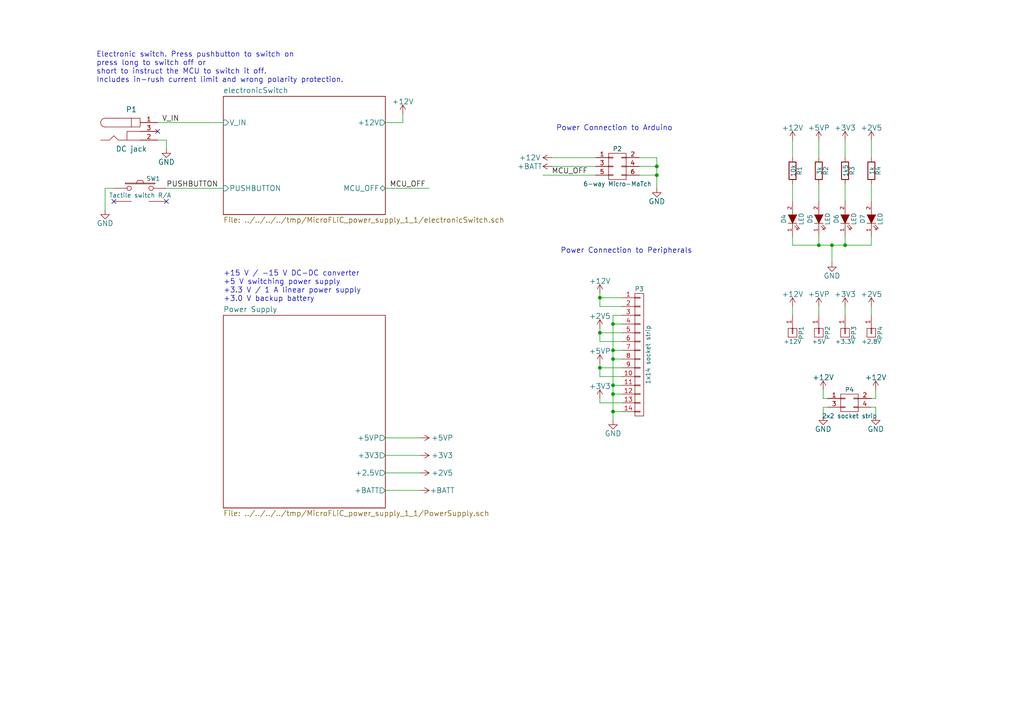
<source format=kicad_sch>
(kicad_sch (version 20230121) (generator eeschema)
  (paper "A4")
  (title_block (title "Flow Unit Shield") (date "18 Jun 2014") (rev "1.2") (company "King's College London"))
  (lib_symbols
    (symbol "MicroFLiC_power_supply-rescue:+12V" (power) (pin_names (offset 0))
      (property "Value" "+12V" (at 0 3.556 0))
      (symbol "+12V_0_1"
        (polyline (pts (xy -0.762 1.27) (xy 0 2.54)))
        (polyline (pts (xy 0 0) (xy 0 2.54)))
        (polyline (pts (xy 0 2.54) (xy 0.762 1.27)))
      )
      (symbol "+12V_1_1"
        (pin power_in line (at 0 0 90) (length 0) hide (name "+12V") (number "1"))
      )
    )
    (symbol "MicroFLiC_power_supply-rescue:+2V5" (power) (pin_names (offset 0))
      (property "Value" "+2V5" (at 0 3.556 0))
      (symbol "+2V5_0_1"
        (polyline (pts (xy -0.762 1.27) (xy 0 2.54)))
        (polyline (pts (xy 0 0) (xy 0 2.54)))
        (polyline (pts (xy 0 2.54) (xy 0.762 1.27)))
      )
      (symbol "+2V5_1_1"
        (pin power_in line (at 0 0 90) (length 0) hide (name "+2V5") (number "1"))
      )
    )
    (symbol "MicroFLiC_power_supply-rescue:+3V3" (power) (pin_names (offset 0))
      (property "Value" "+3V3" (at 0 3.556 0))
      (symbol "+3V3_0_1"
        (polyline (pts (xy -0.762 1.27) (xy 0 2.54)))
        (polyline (pts (xy 0 0) (xy 0 2.54)))
        (polyline (pts (xy 0 2.54) (xy 0.762 1.27)))
      )
      (symbol "+3V3_1_1"
        (pin power_in line (at 0 0 90) (length 0) hide (name "+3V3") (number "1"))
      )
    )
    (symbol "MicroFLiC_power_supply-rescue:+5VP" (power) (pin_names (offset 0))
      (property "Value" "+5VP" (at 0 3.556 0))
      (symbol "+5VP_0_1"
        (polyline (pts (xy -0.762 1.27) (xy 0 2.54)))
        (polyline (pts (xy 0 0) (xy 0 2.54)))
        (polyline (pts (xy 0 2.54) (xy 0.762 1.27)))
      )
      (symbol "+5VP_1_1"
        (pin power_in line (at 0 0 90) (length 0) hide (name "+5VP") (number "1"))
      )
    )
    (symbol "MicroFLiC_power_supply-rescue:+BATT" (power) (pin_names (offset 0))
      (property "Value" "+BATT" (at 0 3.556 0))
      (symbol "+BATT_0_1"
        (polyline (pts (xy -0.762 1.27) (xy 0 2.54)))
        (polyline (pts (xy 0 0) (xy 0 2.54)))
        (polyline (pts (xy 0 2.54) (xy 0.762 1.27)))
      )
      (symbol "+BATT_1_1"
        (pin power_in line (at 0 0 90) (length 0) hide (name "+BATT") (number "1"))
      )
    )
    (symbol "MicroFLiC_power_supply-rescue:BARREL_JACK" (pin_names (offset 1.016))
      (property "Reference" "CON" (at 0 6.35 0))
      (property "Value" "BARREL_JACK" (at 0 -5.08 0))
      (symbol "BARREL_JACK_0_1"
        (arc (start -8.89 2.54) (mid -8.5271 1.6254) (end -7.62 1.27))
        (arc (start -7.62 3.81) (mid -8.5088 3.4366) (end -8.89 2.54))
        (polyline (pts (xy -7.62 1.27) (xy 0 1.27)))
        (polyline (pts (xy 0 3.81) (xy -7.62 3.81)))
        (polyline (pts (xy 2.54 0) (xy -1.27 0) (xy -1.27 -2.54)))
        (polyline (pts (xy 2.54 -2.54) (xy -3.81 -2.54) (xy -5.08 -1.27) (xy -6.35 -2.54) (xy -8.89 -2.54)))
        (rectangle (start 2.54 3.81) (end 0 1.27))
      )
      (symbol "BARREL_JACK_1_1"
        (pin passive line (at 7.62 2.54 180) (length 5.08) (name "~") (number "1"))
        (pin passive line (at 7.62 -2.54 180) (length 5.08) (name "~") (number "2"))
        (pin passive line (at 7.62 0 180) (length 5.08) (name "~") (number "3"))
      )
    )
    (symbol "MicroFLiC_power_supply-rescue:CONN_01X01" (pin_names (offset 1.016) hide)
      (property "Reference" "P" (at 0 2.54 0))
      (property "Value" "CONN_01X01" (at 2.54 0 90))
      (symbol "CONN_01X01_0_1"
        (rectangle (start -1.27 0.127) (end 0.254 -0.127))
        (rectangle (start -1.27 1.27) (end 1.27 -1.27))
      )
      (symbol "CONN_01X01_1_1"
        (pin passive line (at -5.08 0 0) (length 3.81) (name "P1") (number "1"))
      )
    )
    (symbol "MicroFLiC_power_supply-rescue:CONN_01X14" (pin_names (offset 1.016) hide)
      (property "Reference" "P" (at 0 19.05 0))
      (property "Value" "CONN_01X14" (at 2.54 0 90))
      (symbol "CONN_01X14_0_1"
        (rectangle (start -1.27 -16.383) (end 0.254 -16.637))
        (rectangle (start -1.27 -13.843) (end 0.254 -14.097))
        (rectangle (start -1.27 -11.303) (end 0.254 -11.557))
        (rectangle (start -1.27 -8.763) (end 0.254 -9.017))
        (rectangle (start -1.27 -6.223) (end 0.254 -6.477))
        (rectangle (start -1.27 -3.683) (end 0.254 -3.937))
        (rectangle (start -1.27 -1.143) (end 0.254 -1.397))
        (rectangle (start -1.27 1.397) (end 0.254 1.143))
        (rectangle (start -1.27 3.937) (end 0.254 3.683))
        (rectangle (start -1.27 6.477) (end 0.254 6.223))
        (rectangle (start -1.27 9.017) (end 0.254 8.763))
        (rectangle (start -1.27 11.557) (end 0.254 11.303))
        (rectangle (start -1.27 14.097) (end 0.254 13.843))
        (rectangle (start -1.27 16.637) (end 0.254 16.383))
        (rectangle (start -1.27 17.78) (end 1.27 -17.78))
      )
      (symbol "CONN_01X14_1_1"
        (pin passive line (at -5.08 16.51 0) (length 3.81) (name "P1") (number "1"))
        (pin passive line (at -5.08 -6.35 0) (length 3.81) (name "P10") (number "10"))
        (pin passive line (at -5.08 -8.89 0) (length 3.81) (name "P11") (number "11"))
        (pin passive line (at -5.08 -11.43 0) (length 3.81) (name "P12") (number "12"))
        (pin passive line (at -5.08 -13.97 0) (length 3.81) (name "P13") (number "13"))
        (pin passive line (at -5.08 -16.51 0) (length 3.81) (name "P14") (number "14"))
        (pin passive line (at -5.08 13.97 0) (length 3.81) (name "P2") (number "2"))
        (pin passive line (at -5.08 11.43 0) (length 3.81) (name "P3") (number "3"))
        (pin passive line (at -5.08 8.89 0) (length 3.81) (name "P4") (number "4"))
        (pin passive line (at -5.08 6.35 0) (length 3.81) (name "P5") (number "5"))
        (pin passive line (at -5.08 3.81 0) (length 3.81) (name "P6") (number "6"))
        (pin passive line (at -5.08 1.27 0) (length 3.81) (name "P7") (number "7"))
        (pin passive line (at -5.08 -1.27 0) (length 3.81) (name "P8") (number "8"))
        (pin passive line (at -5.08 -3.81 0) (length 3.81) (name "P9") (number "9"))
      )
    )
    (symbol "MicroFLiC_power_supply-rescue:CONN_02X02" (pin_names (offset 0.0254) hide)
      (property "Reference" "P" (at 0 3.81 0))
      (property "Value" "CONN_02X02" (at 0 -3.81 0))
      (symbol "CONN_02X02_0_1"
        (rectangle (start -2.54 -1.143) (end -1.27 -1.397))
        (rectangle (start -2.54 1.397) (end -1.27 1.143))
        (rectangle (start -2.54 2.54) (end 2.54 -2.54))
        (rectangle (start 1.27 -1.143) (end 2.54 -1.397))
        (rectangle (start 1.27 1.397) (end 2.54 1.143))
      )
      (symbol "CONN_02X02_1_1"
        (pin passive line (at -6.35 1.27 0) (length 3.81) (name "P1") (number "1"))
        (pin passive line (at 6.35 1.27 180) (length 3.81) (name "P2") (number "2"))
        (pin passive line (at -6.35 -1.27 0) (length 3.81) (name "P3") (number "3"))
        (pin passive line (at 6.35 -1.27 180) (length 3.81) (name "P4") (number "4"))
      )
    )
    (symbol "MicroFLiC_power_supply-rescue:CONN_02X03" (pin_names (offset 0.0254) hide)
      (property "Reference" "P" (at 0 5.08 0))
      (property "Value" "CONN_02X03" (at 0 -5.08 0))
      (symbol "CONN_02X03_0_1"
        (rectangle (start -2.54 -2.413) (end -1.27 -2.667))
        (rectangle (start -2.54 0.127) (end -1.27 -0.127))
        (rectangle (start -2.54 2.667) (end -1.27 2.413))
        (rectangle (start -2.54 3.81) (end 2.54 -3.81))
        (rectangle (start 1.27 -2.413) (end 2.54 -2.667))
        (rectangle (start 1.27 0.127) (end 2.54 -0.127))
        (rectangle (start 1.27 2.667) (end 2.54 2.413))
      )
      (symbol "CONN_02X03_1_1"
        (pin passive line (at -6.35 2.54 0) (length 3.81) (name "P1") (number "1"))
        (pin passive line (at 6.35 2.54 180) (length 3.81) (name "P2") (number "2"))
        (pin passive line (at -6.35 0 0) (length 3.81) (name "P3") (number "3"))
        (pin passive line (at 6.35 0 180) (length 3.81) (name "P4") (number "4"))
        (pin passive line (at -6.35 -2.54 0) (length 3.81) (name "P5") (number "5"))
        (pin passive line (at 6.35 -2.54 180) (length 3.81) (name "P6") (number "6"))
      )
    )
    (symbol "MicroFLiC_power_supply-rescue:GND" (power) (pin_names (offset 0))
      (property "Value" "GND" (at 0 -3.81 0))
      (symbol "GND_0_1"
        (polyline (pts (xy 0 0) (xy 0 -1.27) (xy 1.27 -1.27) (xy 0 -2.54) (xy -1.27 -1.27) (xy 0 -1.27)))
      )
      (symbol "GND_1_1"
        (pin power_in line (at 0 0 270) (length 0) hide (name "GND") (number "1"))
      )
    )
    (symbol "MicroFLiC_power_supply-rescue:LED" (pin_names (offset 1.016) hide)
      (property "Reference" "D" (at 0 2.54 0))
      (property "Value" "LED" (at 0 -2.54 0))
      (symbol "LED_0_1"
        (polyline (pts (xy -1.27 1.27) (xy -1.27 -1.27)))
        (polyline (pts (xy -2.032 -0.635) (xy -3.175 -1.651) (xy -3.048 -1.016)))
        (polyline (pts (xy -1.651 -1.016) (xy -2.794 -2.032) (xy -2.667 -1.397)))
        (polyline (pts (xy 1.27 1.27) (xy -1.27 0) (xy 1.27 -1.27)) (fill (type outline)))
      )
      (symbol "LED_1_1"
        (pin passive line (at -5.08 0 0) (length 3.81) (name "K") (number "1"))
        (pin passive line (at 5.08 0 180) (length 3.81) (name "A") (number "2"))
      )
    )
    (symbol "MicroFLiC_power_supply-rescue:R" (pin_numbers hide) (pin_names (offset 0))
      (property "Reference" "R" (at 2.032 0 90))
      (property "Value" "R" (at 0 0 90))
      (symbol "R_0_1"
        (rectangle (start -1.016 -2.54) (end 1.016 2.54) (stroke (width 0.254)))
      )
      (symbol "R_1_1"
        (pin passive line (at 0 3.81 270) (length 1.27) (name "~") (number "1"))
        (pin passive line (at 0 -3.81 90) (length 1.27) (name "~") (number "2"))
      )
    )
    (symbol "MicroFLiC_power_supply-rescue:SW_PUSH_RA" (pin_numbers hide) (pin_names (offset 1.016) hide)
      (property "Reference" "SW" (at 3.81 2.794 0))
      (property "Value" "SW_PUSH_RA" (at 0 -2.032 0))
      (symbol "SW_PUSH_RA_0_1"
        (rectangle (start -4.318 1.27) (end 4.318 1.524))
        (polyline (pts (xy -1.016 1.524) (xy -0.762 2.286) (xy 0.762 2.286) (xy 1.016 1.524)))
        (pin passive inverted (at -7.62 0 0) (length 5.08) (name "1") (number "1"))
        (pin passive inverted (at 7.62 0 180) (length 5.08) (name "2") (number "2"))
      )
      (symbol "SW_PUSH_RA_1_1"
        (pin passive line (at -7.62 -3.81 0) (length 5.08) (name "3") (number "3"))
        (pin passive line (at 7.62 -3.81 180) (length 5.08) (name "4") (number "4"))
      )
    )
  )
  (junction (at 173.99 106.68))
  (junction (at 237.49 71.12))
  (junction (at 177.8 93.98))
  (junction (at 173.99 86.36))
  (junction (at 245.11 71.12))
  (junction (at 177.8 104.14))
  (junction (at 241.3 71.12))
  (junction (at 190.5 50.8))
  (junction (at 177.8 114.3))
  (junction (at 177.8 101.6))
  (junction (at 177.8 119.38))
  (junction (at 190.5 48.26))
  (junction (at 173.99 96.52))
  (junction (at 177.8 111.76))
  (no_connect (at 33.02 58.42))
  (no_connect (at 45.72 38.1))
  (no_connect (at 48.26 58.42))
  (wire (pts (xy 229.87 68.58) (xy 229.87 71.12)))
  (wire (pts (xy 173.99 88.9) (xy 180.34 88.9)))
  (wire (pts (xy 237.49 71.12) (xy 241.3 71.12)))
  (wire (pts (xy 173.99 95.25) (xy 173.99 96.52)))
  (wire (pts (xy 245.11 88.9) (xy 245.11 91.44)))
  (wire (pts (xy 173.99 85.09) (xy 173.99 86.36)))
  (wire (pts (xy 190.5 50.8) (xy 185.42 50.8)))
  (wire (pts (xy 252.73 118.11) (xy 254 118.11)))
  (wire (pts (xy 177.8 93.98) (xy 180.34 93.98)))
  (wire (pts (xy 229.87 71.12) (xy 237.49 71.12)))
  (wire (pts (xy 177.8 114.3) (xy 177.8 119.38)))
  (wire (pts (xy 173.99 106.68) (xy 180.34 106.68)))
  (wire (pts (xy 190.5 45.72) (xy 190.5 48.26)))
  (wire (pts (xy 177.8 104.14) (xy 177.8 111.76)))
  (wire (pts (xy 252.73 58.42) (xy 252.73 53.34)))
  (wire (pts (xy 111.76 142.24) (xy 121.92 142.24)))
  (wire (pts (xy 245.11 71.12) (xy 245.11 68.58)))
  (wire (pts (xy 111.76 127) (xy 121.92 127)))
  (wire (pts (xy 160.02 48.26) (xy 172.72 48.26)))
  (wire (pts (xy 111.76 137.16) (xy 121.92 137.16)))
  (wire (pts (xy 64.77 54.61) (xy 48.26 54.61)))
  (wire (pts (xy 190.5 50.8) (xy 190.5 54.61)))
  (wire (pts (xy 252.73 71.12) (xy 252.73 68.58)))
  (wire (pts (xy 116.84 35.56) (xy 116.84 33.02)))
  (wire (pts (xy 64.77 35.56) (xy 45.72 35.56)))
  (wire (pts (xy 252.73 115.57) (xy 254 115.57)))
  (wire (pts (xy 229.87 91.44) (xy 229.87 88.9)))
  (wire (pts (xy 241.3 71.12) (xy 241.3 76.2)))
  (wire (pts (xy 173.99 99.06) (xy 180.34 99.06)))
  (wire (pts (xy 177.8 93.98) (xy 177.8 101.6)))
  (wire (pts (xy 177.8 104.14) (xy 180.34 104.14)))
  (wire (pts (xy 173.99 86.36) (xy 180.34 86.36)))
  (wire (pts (xy 190.5 45.72) (xy 185.42 45.72)))
  (wire (pts (xy 229.87 45.72) (xy 229.87 40.64)))
  (wire (pts (xy 238.76 115.57) (xy 238.76 113.03)))
  (wire (pts (xy 190.5 48.26) (xy 190.5 50.8)))
  (wire (pts (xy 173.99 96.52) (xy 173.99 99.06)))
  (wire (pts (xy 254 115.57) (xy 254 113.03)))
  (wire (pts (xy 177.8 114.3) (xy 180.34 114.3)))
  (wire (pts (xy 237.49 58.42) (xy 237.49 53.34)))
  (wire (pts (xy 245.11 40.64) (xy 245.11 45.72)))
  (wire (pts (xy 111.76 132.08) (xy 121.92 132.08)))
  (wire (pts (xy 177.8 101.6) (xy 177.8 104.14)))
  (wire (pts (xy 229.87 58.42) (xy 229.87 53.34)))
  (wire (pts (xy 240.03 118.11) (xy 238.76 118.11)))
  (wire (pts (xy 180.34 96.52) (xy 173.99 96.52)))
  (wire (pts (xy 177.8 119.38) (xy 177.8 121.92)))
  (wire (pts (xy 177.8 91.44) (xy 177.8 93.98)))
  (wire (pts (xy 238.76 118.11) (xy 238.76 120.65)))
  (wire (pts (xy 177.8 119.38) (xy 180.34 119.38)))
  (wire (pts (xy 111.76 35.56) (xy 116.84 35.56)))
  (wire (pts (xy 30.48 54.61) (xy 33.02 54.61)))
  (wire (pts (xy 157.48 50.8) (xy 172.72 50.8)))
  (wire (pts (xy 252.73 88.9) (xy 252.73 91.44)))
  (wire (pts (xy 30.48 60.96) (xy 30.48 54.61)))
  (wire (pts (xy 160.02 45.72) (xy 172.72 45.72)))
  (wire (pts (xy 254 118.11) (xy 254 120.65)))
  (wire (pts (xy 173.99 106.68) (xy 173.99 109.22)))
  (wire (pts (xy 245.11 71.12) (xy 252.73 71.12)))
  (wire (pts (xy 180.34 91.44) (xy 177.8 91.44)))
  (wire (pts (xy 185.42 48.26) (xy 190.5 48.26)))
  (wire (pts (xy 237.49 71.12) (xy 237.49 68.58)))
  (wire (pts (xy 237.49 40.64) (xy 237.49 45.72)))
  (wire (pts (xy 48.26 40.64) (xy 48.26 43.18)))
  (wire (pts (xy 241.3 71.12) (xy 245.11 71.12)))
  (wire (pts (xy 177.8 111.76) (xy 177.8 114.3)))
  (wire (pts (xy 173.99 109.22) (xy 180.34 109.22)))
  (wire (pts (xy 173.99 116.84) (xy 173.99 115.57)))
  (wire (pts (xy 111.76 54.61) (xy 124.46 54.61)))
  (wire (pts (xy 245.11 58.42) (xy 245.11 53.34)))
  (wire (pts (xy 45.72 40.64) (xy 48.26 40.64)))
  (wire (pts (xy 173.99 105.41) (xy 173.99 106.68)))
  (wire (pts (xy 173.99 86.36) (xy 173.99 88.9)))
  (wire (pts (xy 237.49 88.9) (xy 237.49 91.44)))
  (wire (pts (xy 240.03 115.57) (xy 238.76 115.57)))
  (wire (pts (xy 252.73 40.64) (xy 252.73 45.72)))
  (wire (pts (xy 177.8 101.6) (xy 180.34 101.6)))
  (wire (pts (xy 177.8 111.76) (xy 180.34 111.76)))
  (wire (pts (xy 180.34 116.84) (xy 173.99 116.84)))
  (text "Power Connection to Arduino" (at 161.29 38.1 0) (effects (font (size 1.524 1.524)) (justify left bottom)))
  (text "Power Connection to Peripherals" (at 162.56 73.66 0) (effects (font (size 1.524 1.524)) (justify left bottom)))
  (text "Electronic switch. Press pushbutton to switch on\npress long to switch off or \nshort to instruct the MCU to switch it off.\nIncludes in-rush current limit and wrong polarity protection." (at 27.94 24.13 0) (effects (font (size 1.524 1.524)) (justify left bottom)))
  (text "+15 V / -15 V DC-DC converter\n+5 V switching power supply\n+3.3 V / 1 A linear power supply\n+3.0 V backup battery" (at 64.77 87.63 0) (effects (font (size 1.524 1.524)) (justify left bottom)))
  (label "V_IN" (at 46.99 35.56 0) (effects (font (size 1.524 1.524))))
  (label "PUSHBUTTON" (at 48.26 54.61 0) (effects (font (size 1.524 1.524))))
  (label "MCU_OFF" (at 160.02 50.8 0) (effects (font (size 1.524 1.524))))
  (label "MCU_OFF" (at 113.03 54.61 0) (effects (font (size 1.524 1.524))))
  (symbol (lib_id "MicroFLiC_power_supply-rescue:GND") (at 48.26 43.18 0) (unit 1)
    (property "Reference" "#PWR01" (effects hide))
    (property "Value" "GND" (at 48.26 46.99 0) (effects (font (size 1.524 1.524))))
  )
  (symbol (lib_id "MicroFLiC_power_supply-rescue:SW_PUSH_RA") (at 40.64 54.61 0) (unit 1)
    (property "Reference" "SW1" (at 44.45 51.816 0))
    (property "Value" "Tactile switch R/A" (at 40.64 56.642 0))
    (property "Footprint" "jakub:tactileSwitchRA" (effects hide))
    (property "Part Number" "MCDTSA6-5N" (effects hide))
    (property "Manufacturer" "Multicomp" (effects hide))
    (property "Package" "R/A pushbutton" (effects hide))
    (property "Supplier" "Farnell" (effects hide))
    (property "Order Code" "9471804" (effects hide))
    (property "Alt. Supplier" "Mouser" (effects hide))
    (property "Alt. Order Code" "506-FSMRA3JH" (effects hide))
    (property "Note" "Right-angle tactile switch" (effects hide))
  )
  (symbol (lib_id "MicroFLiC_power_supply-rescue:GND") (at 30.48 60.96 0) (unit 1)
    (property "Reference" "#PWR02" (effects hide))
    (property "Value" "GND" (at 30.48 64.77 0) (effects (font (size 1.524 1.524))))
  )
  (symbol (lib_id "MicroFLiC_power_supply-rescue:GND") (at 190.5 54.61 0) (unit 1)
    (property "Reference" "#PWR03" (effects hide))
    (property "Value" "GND" (at 190.5 58.42 0) (effects (font (size 1.524 1.524))))
  )
  (symbol (lib_id "MicroFLiC_power_supply-rescue:+BATT") (at 160.02 48.26 90) (unit 1)
    (property "Reference" "#PWR04" (effects hide))
    (property "Value" "+BATT" (at 153.67 48.26 90) (effects (font (size 1.524 1.524))))
  )
  (symbol (lib_id "MicroFLiC_power_supply-rescue:BARREL_JACK") (at 38.1 38.1 0) (unit 1)
    (property "Reference" "P1" (at 38.1 31.75 0) (effects (font (size 1.524 1.524))))
    (property "Value" "DC jack" (at 38.1 43.18 0) (effects (font (size 1.524 1.524))))
    (property "Footprint" "Connect:JACK_ALIM" (effects hide))
    (property "Part Number" "FC681465" (effects hide))
    (property "Manufacturer" "Cliff Electronic" (effects hide))
    (property "Package" "DC jack R/A" (effects hide))
    (property "Supplier" "Farnell" (effects hide))
    (property "Order Code" "1854514" (effects hide))
    (property "Alt. Supplier" "Mouser" (effects hide))
    (property "Alt. Order Code" "502-RAPC722X" (effects hide))
    (property "Note" "2.1/2.5mm DC jack R/A" (effects hide))
  )
  (symbol (lib_id "MicroFLiC_power_supply-rescue:+12V") (at 160.02 45.72 90) (unit 1)
    (property "Reference" "#PWR05" (effects hide))
    (property "Value" "+12V" (at 153.67 45.72 90) (effects (font (size 1.524 1.524))))
  )
  (symbol (lib_id "MicroFLiC_power_supply-rescue:+12V") (at 116.84 33.02 0) (unit 1)
    (property "Reference" "#PWR06" (effects hide))
    (property "Value" "+12V" (at 116.84 29.464 0) (effects (font (size 1.524 1.524))))
  )
  (symbol (lib_id "MicroFLiC_power_supply-rescue:+5VP") (at 121.92 127 270) (unit 1)
    (property "Reference" "#PWR07" (effects hide))
    (property "Value" "+5VP" (at 128.27 127 90) (effects (font (size 1.524 1.524))))
  )
  (symbol (lib_id "MicroFLiC_power_supply-rescue:+3V3") (at 121.92 132.08 270) (unit 1)
    (property "Reference" "#PWR08" (effects hide))
    (property "Value" "+3V3" (at 128.27 132.08 90) (effects (font (size 1.524 1.524))))
  )
  (symbol (lib_id "MicroFLiC_power_supply-rescue:+2V5") (at 121.92 137.16 270) (unit 1)
    (property "Reference" "#PWR09" (effects hide))
    (property "Value" "+2V5" (at 128.27 137.16 90) (effects (font (size 1.524 1.524))))
  )
  (symbol (lib_id "MicroFLiC_power_supply-rescue:+BATT") (at 121.92 142.24 270) (unit 1)
    (property "Reference" "#PWR010" (effects hide))
    (property "Value" "+BATT" (at 128.27 142.24 90) (effects (font (size 1.524 1.524))))
  )
  (symbol (lib_id "MicroFLiC_power_supply-rescue:CONN_01X14") (at 185.42 102.87 0) (unit 1)
    (property "Reference" "P3" (at 185.42 83.82 0))
    (property "Value" "1x14 socket strip" (at 187.96 102.87 90))
    (property "Footprint" "jakub:ESQ-114-33-S-G" (effects hide))
    (property "Part Number" "ESQ-114-33-G-S" (effects hide))
    (property "Manufacturer" "Samtec" (effects hide))
    (property "Package" "SIL-14" (effects hide))
    (property "Supplier" "Farnell" (effects hide))
    (property "Order Code" "1930609" (effects hide))
    (property "Alt. Supplier" "Samtec" (effects hide))
    (property "Alt. Order Code" "ESQ-114-33-G-S" (effects hide))
    (property "Note" "1x14 ESQ series elevated socket strip" (effects hide))
  )
  (symbol (lib_id "MicroFLiC_power_supply-rescue:+3V3") (at 173.99 115.57 0) (unit 1)
    (property "Reference" "#PWR011" (effects hide))
    (property "Value" "+3V3" (at 173.99 112.014 0) (effects (font (size 1.524 1.524))))
  )
  (symbol (lib_id "MicroFLiC_power_supply-rescue:+12V") (at 173.99 85.09 0) (unit 1)
    (property "Reference" "#PWR012" (effects hide))
    (property "Value" "+12V" (at 173.99 81.534 0) (effects (font (size 1.524 1.524))))
  )
  (symbol (lib_id "MicroFLiC_power_supply-rescue:+5VP") (at 173.99 105.41 0) (unit 1)
    (property "Reference" "#PWR013" (effects hide))
    (property "Value" "+5VP" (at 173.99 101.854 0) (effects (font (size 1.524 1.524))))
  )
  (symbol (lib_id "MicroFLiC_power_supply-rescue:GND") (at 177.8 121.92 0) (unit 1)
    (property "Reference" "#PWR014" (effects hide))
    (property "Value" "GND" (at 177.8 125.73 0) (effects (font (size 1.524 1.524))))
  )
  (symbol (lib_id "MicroFLiC_power_supply-rescue:CONN_02X03") (at 179.07 48.26 0) (unit 1)
    (property "Reference" "P2" (at 179.07 43.18 0))
    (property "Value" "6-way Micro-MaTch" (at 179.07 53.34 0))
    (property "Footprint" "jakub:7-188275-6" (effects hide))
    (property "Part Number" "7-188275-6" (effects hide))
    (property "Manufacturer" "TE Connectivity" (effects hide))
    (property "Package" "Micro-MaTch SMD" (effects hide))
    (property "Supplier" "Farnell" (effects hide))
    (property "Order Code" "1056234" (effects hide))
    (property "Alt. Supplier" "Mouser" (effects hide))
    (property "Alt. Order Code" "571-71882756" (effects hide))
    (property "Note" "6-way SMD Micro-MaTch connector" (effects hide))
  )
  (symbol (lib_id "MicroFLiC_power_supply-rescue:+2V5") (at 173.99 95.25 0) (unit 1)
    (property "Reference" "#PWR015" (effects hide))
    (property "Value" "+2V5" (at 173.99 91.694 0) (effects (font (size 1.524 1.524))))
  )
  (symbol (lib_id "MicroFLiC_power_supply-rescue:LED") (at 229.87 63.5 90) (unit 1)
    (property "Reference" "D4" (at 227.33 63.5 0))
    (property "Value" "LED" (at 232.41 63.5 0))
    (property "Footprint" "LEDs:LED-1206" (effects hide))
    (property "Part Number" "HSMY-C150" (effects hide))
    (property "Manufacturer" "Croadcom" (effects hide))
    (property "Package" "1206" (effects hide))
    (property "Supplier" "Farnell" (effects hide))
    (property "Order Code" "2497382" (effects hide))
    (property "Alt. Supplier" "Mouser" (effects hide))
    (property "Alt. Order Code" "630-HSMY-C150" (effects hide))
    (property "Note" "Yellow 1206 LED" (effects hide))
  )
  (symbol (lib_id "MicroFLiC_power_supply-rescue:GND") (at 241.3 76.2 0) (unit 1)
    (property "Reference" "#PWR016" (effects hide))
    (property "Value" "GND" (at 241.3 80.01 0) (effects (font (size 1.524 1.524))))
  )
  (symbol (lib_id "MicroFLiC_power_supply-rescue:R") (at 229.87 49.53 0) (unit 1)
    (property "Reference" "R1" (at 231.902 49.53 90))
    (property "Value" "10k" (at 230.0478 49.5046 90))
    (property "Footprint" "Resistors_SMD:R_0805" (effects hide))
    (property "Part Number" "MCMR08X1002FTL" (effects hide))
    (property "Manufacturer" "Multicomp" (effects hide))
    (property "Package" "0805" (effects hide))
    (property "Supplier" "Farnell" (effects hide))
    (property "Order Code" "2073607" (effects hide))
    (property "Alt. Supplier" "Mouser" (effects hide))
    (property "Alt. Order Code" "71-CRCW0805-10K-E3" (effects hide))
    (property "Note" "10kΩ/1% 0805 resistor" (effects hide))
  )
  (symbol (lib_id "MicroFLiC_power_supply-rescue:R") (at 237.49 49.53 0) (unit 1)
    (property "Reference" "R2" (at 239.522 49.53 90))
    (property "Value" "3k" (at 237.6678 49.5046 90))
    (property "Footprint" "Resistors_SMD:R_0805" (effects hide))
    (property "Part Number" "MC01W080513K" (effects hide))
    (property "Manufacturer" "Multicomp" (effects hide))
    (property "Package" "0805" (effects hide))
    (property "Supplier" "Farnell" (effects hide))
    (property "Order Code" "9332995" (effects hide))
    (property "Alt. Supplier" "Mouser" (effects hide))
    (property "Alt. Order Code" "667-ERJ-6GEYJ302V" (effects hide))
    (property "Note" "3kΩ/1% 0805 resistor" (effects hide))
  )
  (symbol (lib_id "MicroFLiC_power_supply-rescue:R") (at 245.11 49.53 0) (unit 1)
    (property "Reference" "R3" (at 247.142 49.53 90))
    (property "Value" "1k5" (at 245.2878 49.5046 90))
    (property "Footprint" "Resistors_SMD:R_0805" (effects hide))
    (property "Part Number" "MCWR08X1501FTL" (effects hide))
    (property "Manufacturer" "Multicomp" (effects hide))
    (property "Package" "0805" (effects hide))
    (property "Supplier" "Farnell" (effects hide))
    (property "Order Code" "2447592" (effects hide))
    (property "Alt. Supplier" "Mouser" (effects hide))
    (property "Alt. Order Code" "71-CRCW0805-1.5K-E3" (effects hide))
    (property "Note" "1.5kΩ/1% 0805 resistor" (effects hide))
  )
  (symbol (lib_id "MicroFLiC_power_supply-rescue:R") (at 252.73 49.53 0) (unit 1)
    (property "Reference" "R4" (at 254.762 49.53 90))
    (property "Value" "1k" (at 252.9078 49.5046 90))
    (property "Footprint" "Resistors_SMD:R_0805" (effects hide))
    (property "Part Number" "MCWR08X1001FTL" (effects hide))
    (property "Manufacturer" "Multicomp" (effects hide))
    (property "Package" "0805" (effects hide))
    (property "Supplier" "Farnell" (effects hide))
    (property "Order Code" "2447587" (effects hide))
    (property "Alt. Supplier" "Mouser" (effects hide))
    (property "Alt. Order Code" "71-CRCW0805-1.0K-E3" (effects hide))
    (property "Note" "1kΩ/1% 0805 resistor" (effects hide))
  )
  (symbol (lib_id "MicroFLiC_power_supply-rescue:+12V") (at 229.87 40.64 0) (unit 1)
    (property "Reference" "#PWR017" (effects hide))
    (property "Value" "+12V" (at 229.87 37.084 0) (effects (font (size 1.524 1.524))))
  )
  (symbol (lib_id "MicroFLiC_power_supply-rescue:+5VP") (at 237.49 40.64 0) (unit 1)
    (property "Reference" "#PWR018" (effects hide))
    (property "Value" "+5VP" (at 237.49 37.084 0) (effects (font (size 1.524 1.524))))
  )
  (symbol (lib_id "MicroFLiC_power_supply-rescue:+3V3") (at 245.11 40.64 0) (unit 1)
    (property "Reference" "#PWR019" (effects hide))
    (property "Value" "+3V3" (at 245.11 37.084 0) (effects (font (size 1.524 1.524))))
  )
  (symbol (lib_id "MicroFLiC_power_supply-rescue:+2V5") (at 252.73 40.64 0) (unit 1)
    (property "Reference" "#PWR020" (effects hide))
    (property "Value" "+2V5" (at 252.73 37.084 0) (effects (font (size 1.524 1.524))))
  )
  (symbol (lib_id "MicroFLiC_power_supply-rescue:CONN_01X01") (at 229.87 96.52 270) (unit 1)
    (property "Reference" "PP1" (at 232.41 96.52 0))
    (property "Value" "+12V" (at 229.87 99.06 90))
    (property "Footprint" "Connect:PINTST" (effects hide))
  )
  (symbol (lib_id "MicroFLiC_power_supply-rescue:CONN_01X01") (at 237.49 96.52 270) (unit 1)
    (property "Reference" "PP2" (at 240.03 96.52 0))
    (property "Value" "+5V" (at 237.49 99.06 90))
    (property "Footprint" "Connect:PINTST" (effects hide))
  )
  (symbol (lib_id "MicroFLiC_power_supply-rescue:CONN_01X01") (at 245.11 96.52 270) (unit 1)
    (property "Reference" "PP3" (at 247.65 96.52 0))
    (property "Value" "+3.3V" (at 245.11 99.06 90))
    (property "Footprint" "Connect:PINTST" (effects hide))
  )
  (symbol (lib_id "MicroFLiC_power_supply-rescue:CONN_01X01") (at 252.73 96.52 270) (unit 1)
    (property "Reference" "PP4" (at 255.27 96.52 0))
    (property "Value" "+2.8V" (at 252.73 99.06 90))
    (property "Footprint" "Connect:PINTST" (effects hide))
  )
  (symbol (lib_id "MicroFLiC_power_supply-rescue:+12V") (at 229.87 88.9 0) (unit 1)
    (property "Reference" "#PWR021" (effects hide))
    (property "Value" "+12V" (at 229.87 85.344 0) (effects (font (size 1.524 1.524))))
  )
  (symbol (lib_id "MicroFLiC_power_supply-rescue:+5VP") (at 237.49 88.9 0) (unit 1)
    (property "Reference" "#PWR022" (effects hide))
    (property "Value" "+5VP" (at 237.49 85.344 0) (effects (font (size 1.524 1.524))))
  )
  (symbol (lib_id "MicroFLiC_power_supply-rescue:+3V3") (at 245.11 88.9 0) (unit 1)
    (property "Reference" "#PWR023" (effects hide))
    (property "Value" "+3V3" (at 245.11 85.344 0) (effects (font (size 1.524 1.524))))
  )
  (symbol (lib_id "MicroFLiC_power_supply-rescue:+2V5") (at 252.73 88.9 0) (unit 1)
    (property "Reference" "#PWR024" (effects hide))
    (property "Value" "+2V5" (at 252.73 85.344 0) (effects (font (size 1.524 1.524))))
  )
  (symbol (lib_id "MicroFLiC_power_supply-rescue:LED") (at 237.49 63.5 90) (unit 1)
    (property "Reference" "D5" (at 234.95 63.5 0))
    (property "Value" "LED" (at 240.03 63.5 0))
    (property "Footprint" "LEDs:LED-1206" (effects hide))
    (property "Part Number" "HSMY-C150" (effects hide))
    (property "Manufacturer" "Broadcom" (effects hide))
    (property "Package" "1206" (effects hide))
    (property "Supplier" "Farnell" (effects hide))
    (property "Order Code" "2497382" (effects hide))
    (property "Alt. Supplier" "Mouser" (effects hide))
    (property "Alt. Order Code" "630-HSMY-C150" (effects hide))
    (property "Note" "Yellow 1206 LED" (effects hide))
  )
  (symbol (lib_id "MicroFLiC_power_supply-rescue:LED") (at 245.11 63.5 90) (unit 1)
    (property "Reference" "D6" (at 242.57 63.5 0))
    (property "Value" "LED" (at 247.65 63.5 0))
    (property "Footprint" "LEDs:LED-1206" (effects hide))
    (property "Part Number" "HSMY-C150" (effects hide))
    (property "Manufacturer" "Broadcom" (effects hide))
    (property "Package" "1206" (effects hide))
    (property "Supplier" "Farnell" (effects hide))
    (property "Order Code" "2497382" (effects hide))
    (property "Alt. Supplier" "Mouser" (effects hide))
    (property "Alt. Order Code" "630-HSMY-C150" (effects hide))
    (property "Note" "Yellow 1206 LED" (effects hide))
  )
  (symbol (lib_id "MicroFLiC_power_supply-rescue:LED") (at 252.73 63.5 90) (unit 1)
    (property "Reference" "D7" (at 250.19 63.5 0))
    (property "Value" "LED" (at 255.27 63.5 0))
    (property "Footprint" "LEDs:LED-1206" (effects hide))
    (property "Part Number" "HSMY-C150" (effects hide))
    (property "Manufacturer" "Broadcom" (effects hide))
    (property "Package" "1206" (effects hide))
    (property "Supplier" "Farnell" (effects hide))
    (property "Order Code" "2497382" (effects hide))
    (property "Alt. Supplier" "Mouser" (effects hide))
    (property "Alt. Order Code" "630-HSMY-C150" (effects hide))
    (property "Note" "Yellow 1206 LED" (effects hide))
  )
  (symbol (lib_id "MicroFLiC_power_supply-rescue:CONN_02X02") (at 246.38 116.84 0) (unit 1)
    (property "Reference" "P4" (at 246.38 113.03 0))
    (property "Value" "2x2 socket strip" (at 246.38 120.65 0))
    (property "Footprint" "jakub:ESQ-102-33-D-G" (effects hide))
    (property "Part Number" "ESQ-102-33-G-D" (effects hide))
    (property "Manufacturer" "Samtec" (effects hide))
    (property "Package" "DIL-4" (effects hide))
    (property "Supplier" "Farnell" (effects hide))
    (property "Order Code" "1928738" (effects hide))
    (property "Alt. Supplier" "Samtec" (effects hide))
    (property "Alt. Order Code" "ESQ-102-33-G-D" (effects hide))
    (property "Note" "2x2 ESQ series elevated socket strip" (effects hide))
  )
  (symbol (lib_id "MicroFLiC_power_supply-rescue:+12V") (at 238.76 113.03 0) (unit 1)
    (property "Reference" "#PWR025" (effects hide))
    (property "Value" "+12V" (at 238.76 109.474 0) (effects (font (size 1.524 1.524))))
  )
  (symbol (lib_id "MicroFLiC_power_supply-rescue:+12V") (at 254 113.03 0) (unit 1)
    (property "Reference" "#PWR026" (effects hide))
    (property "Value" "+12V" (at 254 109.474 0) (effects (font (size 1.524 1.524))))
  )
  (symbol (lib_id "MicroFLiC_power_supply-rescue:GND") (at 238.76 120.65 0) (unit 1)
    (property "Reference" "#PWR027" (effects hide))
    (property "Value" "GND" (at 238.76 124.46 0) (effects (font (size 1.524 1.524))))
  )
  (symbol (lib_id "MicroFLiC_power_supply-rescue:GND") (at 254 120.65 0) (unit 1)
    (property "Reference" "#PWR028" (effects hide))
    (property "Value" "GND" (at 254 124.46 0) (effects (font (size 1.524 1.524))))
  )
  (sheet (at 64.77 27.94) (size 46.99 34.29)
    (property "Sheetname" "electronicSwitch" (at 64.77 27.1014 0) (effects (font (size 1.524 1.524)) (justify left bottom)))
    (property "Sheetfile" "../../../../tmp/MicroFLiC_power_supply_1_1/electronicSwitch.sch" (at 64.77 62.9162 0) (effects (font (size 1.524 1.524)) (justify left top)))
    (pin "V_IN" input (at 64.77 35.56 180) (effects (font (size 1.524 1.524))))
    (pin "PUSHBUTTON" input (at 64.77 54.61 180) (effects (font (size 1.524 1.524))))
    (pin "MCU_OFF" bidirectional (at 111.76 54.61 0) (effects (font (size 1.524 1.524))))
    (pin "+12V" output (at 111.76 35.56 0) (effects (font (size 1.524 1.524))))
  )
  (sheet (at 64.77 91.44) (size 46.99 55.88)
    (property "Sheetname" "Power Supply" (at 64.77 90.6014 0) (effects (font (size 1.524 1.524)) (justify left bottom)))
    (property "Sheetfile" "../../../../tmp/MicroFLiC_power_supply_1_1/PowerSupply.sch" (at 64.77 148.0062 0) (effects (font (size 1.524 1.524)) (justify left top)))
    (pin "+5VP" output (at 111.76 127 0) (effects (font (size 1.524 1.524))))
    (pin "+3V3" output (at 111.76 132.08 0) (effects (font (size 1.524 1.524))))
    (pin "+2.5V" output (at 111.76 137.16 0) (effects (font (size 1.524 1.524))))
    (pin "+BATT" output (at 111.76 142.24 0) (effects (font (size 1.524 1.524))))
  )
)
</source>
